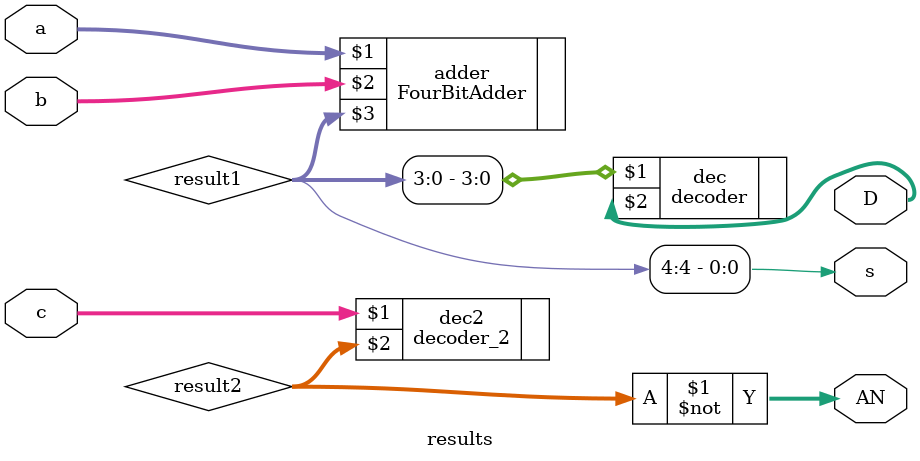
<source format=v>

module results(input [1:0] c,input[3:0] a, input[3:0] b, output [6:0] D, output s, output [3:0] AN);
    wire [4:0] result1;
    FourBitAdder adder(a,b, result1);
    decoder dec(result1[3:0], D);
    wire [3:0] result2;
    decoder_2 dec2(c, result2);
    assign AN = ~result2;
    assign s = result1[4];
endmodule

</source>
